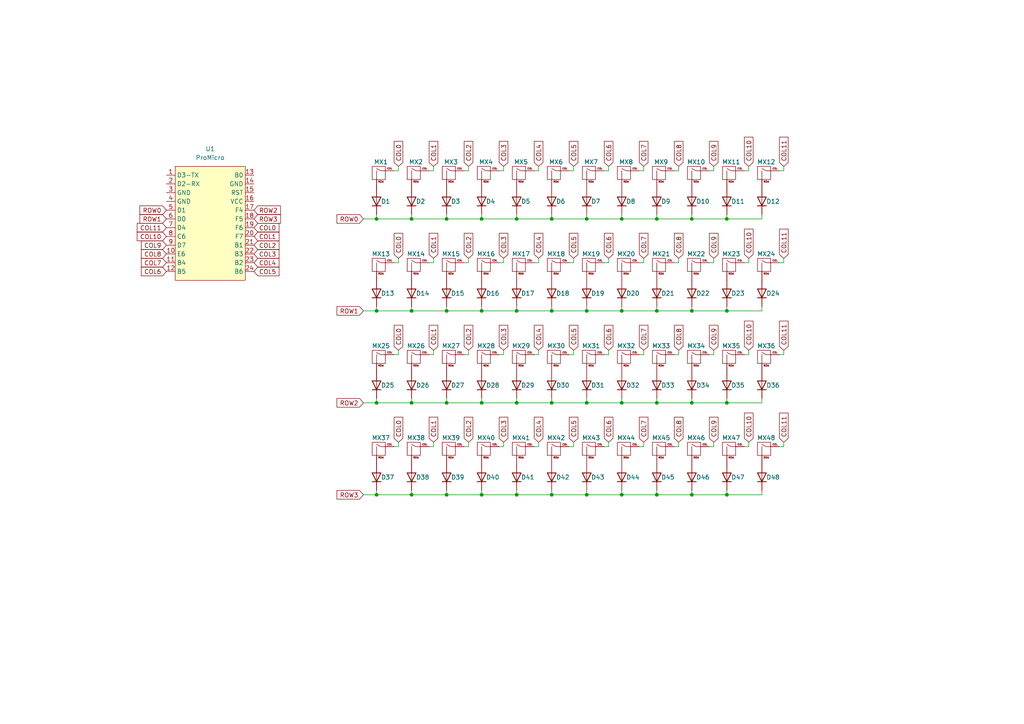
<source format=kicad_sch>
(kicad_sch (version 20230121) (generator eeschema)
  (paper "A4")
  (lib_symbols
    (symbol "Diode:1N4148" (pin_numbers hide) (pin_names hide)
      (property "Reference" "D" (at 0 2.54 0))
      (property "Value" "1N4148" (at 0 -2.54 0))
      (symbol "1N4148_0_1"
        (polyline (pts (xy -1.27 1.27) (xy -1.27 -1.27)) (stroke (width 0.254)))
        (polyline (pts (xy 1.27 0) (xy -1.27 0)))
        (polyline (pts (xy 1.27 1.27) (xy 1.27 -1.27) (xy -1.27 0) (xy 1.27 1.27)) (stroke (width 0.254)))
      )
      (symbol "1N4148_1_1"
        (pin passive line (at -3.81 0 0) (length 2.54) (name "K") (number "1"))
        (pin passive line (at 3.81 0 180) (length 2.54) (name "A") (number "2"))
      )
    )
    (symbol "PCM_0xcb:MX" (pin_names (offset 1.016))
      (property "Reference" "MX" (at -0.635 1.905 0))
      (property "Value" "MX" (at 0.635 0.635 0))
      (symbol "MX_1_0"
        (text "COL" (at 2.54 0.635 0) (effects (font (size 0.508 0.508))))
      )
      (symbol "MX_1_1"
        (polyline (pts (xy -1.27 -2.54) (xy -1.27 0)))
        (polyline (pts (xy 1.27 0) (xy 0 0) (xy -1.27 0.635)))
        (polyline (pts (xy -2.54 1.27) (xy 1.27 1.27) (xy 1.27 -2.54) (xy -2.54 -2.54) (xy -2.54 1.27)))
        (text "ROW" (at 0 -3.175 0) (effects (font (size 0.508 0.508))))
        (pin passive line (at 3.81 0 180) (length 2.54) (name "COL") (number "1"))
        (pin passive line (at -1.27 -5.08 90) (length 2.54) (name "ROW") (number "2"))
      )
    )
    (symbol "PCM_marbastlib-promicroish:Arduino_ProMicro" (in_bom no)
      (property "Reference" "U" (at 0 20.32 0))
      (property "Value" "ProMicro" (at 0 17.78 0))
      (symbol "Arduino_ProMicro_0_0"
        (pin bidirectional line (at -12.7 13.97 0) (length 2.54) (name "D3-TX") (number "1"))
        (pin bidirectional line (at -12.7 -8.89 0) (length 2.54) (name "E6") (number "10"))
        (pin bidirectional line (at -12.7 -11.43 0) (length 2.54) (name "B4") (number "11"))
        (pin bidirectional line (at -12.7 -13.97 0) (length 2.54) (name "B5") (number "12"))
        (pin power_out line (at 12.7 11.43 180) (length 2.54) (name "GND") (number "14"))
        (pin bidirectional line (at 12.7 8.89 180) (length 2.54) (name "RST") (number "15"))
        (pin bidirectional line (at 12.7 3.81 180) (length 2.54) (name "F4") (number "17"))
        (pin bidirectional line (at 12.7 1.27 180) (length 2.54) (name "F5") (number "18"))
        (pin bidirectional line (at 12.7 -1.27 180) (length 2.54) (name "F6") (number "19"))
        (pin bidirectional line (at -12.7 11.43 0) (length 2.54) (name "D2-RX") (number "2"))
        (pin bidirectional line (at 12.7 -3.81 180) (length 2.54) (name "F7") (number "20"))
        (pin bidirectional line (at 12.7 -6.35 180) (length 2.54) (name "B1") (number "21"))
        (pin bidirectional line (at 12.7 -8.89 180) (length 2.54) (name "B3") (number "22"))
        (pin bidirectional line (at 12.7 -11.43 180) (length 2.54) (name "B2") (number "23"))
        (pin bidirectional line (at 12.7 -13.97 180) (length 2.54) (name "B6") (number "24"))
        (pin power_out line (at -12.7 8.89 0) (length 2.54) (name "GND") (number "3"))
        (pin power_out line (at -12.7 6.35 0) (length 2.54) (name "GND") (number "4"))
        (pin bidirectional line (at -12.7 3.81 0) (length 2.54) (name "D1") (number "5"))
        (pin bidirectional line (at -12.7 1.27 0) (length 2.54) (name "D0") (number "6"))
        (pin bidirectional line (at -12.7 -1.27 0) (length 2.54) (name "D4") (number "7"))
        (pin bidirectional line (at -12.7 -3.81 0) (length 2.54) (name "C6") (number "8"))
        (pin bidirectional line (at -12.7 -6.35 0) (length 2.54) (name "D7") (number "9"))
      )
      (symbol "Arduino_ProMicro_1_0"
        (pin bidirectional line (at 12.7 13.97 180) (length 2.54) (name "B0") (number "13"))
        (pin power_out line (at 12.7 6.35 180) (length 2.54) (name "VCC") (number "16"))
      )
      (symbol "Arduino_ProMicro_1_1"
        (rectangle (start -10.16 16.51) (end 10.16 -16.51) (fill (type background)))
      )
    )
  )
  (junction (at 129.54 63.5))
  (junction (at 170.18 143.51))
  (junction (at 200.66 116.84))
  (junction (at 210.82 63.5))
  (junction (at 210.82 143.51))
  (junction (at 119.38 90.17))
  (junction (at 139.7 143.51))
  (junction (at 160.02 143.51))
  (junction (at 190.5 90.17))
  (junction (at 149.86 116.84))
  (junction (at 190.5 143.51))
  (junction (at 170.18 90.17))
  (junction (at 160.02 90.17))
  (junction (at 210.82 116.84))
  (junction (at 180.34 63.5))
  (junction (at 200.66 90.17))
  (junction (at 190.5 116.84))
  (junction (at 149.86 90.17))
  (junction (at 200.66 143.51))
  (junction (at 109.22 143.51))
  (junction (at 180.34 90.17))
  (junction (at 139.7 90.17))
  (junction (at 190.5 63.5))
  (junction (at 129.54 90.17))
  (junction (at 149.86 143.51))
  (junction (at 149.86 63.5))
  (junction (at 180.34 143.51))
  (junction (at 170.18 63.5))
  (junction (at 139.7 116.84))
  (junction (at 180.34 116.84))
  (junction (at 210.82 90.17))
  (junction (at 109.22 116.84))
  (junction (at 160.02 63.5))
  (junction (at 200.66 63.5))
  (junction (at 139.7 63.5))
  (junction (at 119.38 143.51))
  (junction (at 109.22 90.17))
  (junction (at 119.38 116.84))
  (junction (at 129.54 143.51))
  (junction (at 119.38 63.5))
  (junction (at 129.54 116.84))
  (junction (at 170.18 116.84))
  (junction (at 109.22 63.5))
  (junction (at 160.02 116.84))
  (wire (pts (xy 125.73 74.93) (xy 125.73 76.2)))
  (wire (pts (xy 200.66 143.51) (xy 200.66 142.24)))
  (wire (pts (xy 129.54 143.51) (xy 139.7 143.51)))
  (wire (pts (xy 200.66 63.5) (xy 200.66 62.23)))
  (wire (pts (xy 160.02 143.51) (xy 160.02 142.24)))
  (wire (pts (xy 119.38 143.51) (xy 129.54 143.51)))
  (wire (pts (xy 139.7 63.5) (xy 139.7 62.23)))
  (wire (pts (xy 195.58 102.87) (xy 196.85 102.87)))
  (wire (pts (xy 217.17 101.6) (xy 217.17 102.87)))
  (wire (pts (xy 180.34 63.5) (xy 190.5 63.5)))
  (wire (pts (xy 200.66 90.17) (xy 200.66 88.9)))
  (wire (pts (xy 166.37 74.93) (xy 166.37 76.2)))
  (wire (pts (xy 114.3 102.87) (xy 115.57 102.87)))
  (wire (pts (xy 109.22 63.5) (xy 109.22 62.23)))
  (wire (pts (xy 215.9 102.87) (xy 217.17 102.87)))
  (wire (pts (xy 190.5 143.51) (xy 200.66 143.51)))
  (wire (pts (xy 139.7 116.84) (xy 139.7 115.57)))
  (wire (pts (xy 210.82 90.17) (xy 220.98 90.17)))
  (wire (pts (xy 105.41 90.17) (xy 109.22 90.17)))
  (wire (pts (xy 149.86 90.17) (xy 160.02 90.17)))
  (wire (pts (xy 185.42 76.2) (xy 186.69 76.2)))
  (wire (pts (xy 139.7 90.17) (xy 149.86 90.17)))
  (wire (pts (xy 109.22 90.17) (xy 119.38 90.17)))
  (wire (pts (xy 196.85 74.93) (xy 196.85 76.2)))
  (wire (pts (xy 134.62 76.2) (xy 135.89 76.2)))
  (wire (pts (xy 195.58 76.2) (xy 196.85 76.2)))
  (wire (pts (xy 105.41 63.5) (xy 109.22 63.5)))
  (wire (pts (xy 139.7 143.51) (xy 149.86 143.51)))
  (wire (pts (xy 170.18 63.5) (xy 180.34 63.5)))
  (wire (pts (xy 170.18 90.17) (xy 180.34 90.17)))
  (wire (pts (xy 156.21 74.93) (xy 156.21 76.2)))
  (wire (pts (xy 134.62 102.87) (xy 135.89 102.87)))
  (wire (pts (xy 124.46 102.87) (xy 125.73 102.87)))
  (wire (pts (xy 149.86 143.51) (xy 149.86 142.24)))
  (wire (pts (xy 185.42 129.54) (xy 186.69 129.54)))
  (wire (pts (xy 129.54 63.5) (xy 139.7 63.5)))
  (wire (pts (xy 185.42 49.53) (xy 186.69 49.53)))
  (wire (pts (xy 210.82 116.84) (xy 210.82 115.57)))
  (wire (pts (xy 134.62 129.54) (xy 135.89 129.54)))
  (wire (pts (xy 180.34 143.51) (xy 190.5 143.51)))
  (wire (pts (xy 176.53 74.93) (xy 176.53 76.2)))
  (wire (pts (xy 165.1 49.53) (xy 166.37 49.53)))
  (wire (pts (xy 119.38 143.51) (xy 119.38 142.24)))
  (wire (pts (xy 190.5 116.84) (xy 200.66 116.84)))
  (wire (pts (xy 185.42 102.87) (xy 186.69 102.87)))
  (wire (pts (xy 119.38 63.5) (xy 129.54 63.5)))
  (wire (pts (xy 146.05 74.93) (xy 146.05 76.2)))
  (wire (pts (xy 149.86 143.51) (xy 160.02 143.51)))
  (wire (pts (xy 156.21 48.26) (xy 156.21 49.53)))
  (wire (pts (xy 170.18 116.84) (xy 180.34 116.84)))
  (wire (pts (xy 114.3 129.54) (xy 115.57 129.54)))
  (wire (pts (xy 149.86 63.5) (xy 149.86 62.23)))
  (wire (pts (xy 190.5 63.5) (xy 190.5 62.23)))
  (wire (pts (xy 160.02 63.5) (xy 170.18 63.5)))
  (wire (pts (xy 109.22 116.84) (xy 109.22 115.57)))
  (wire (pts (xy 207.01 128.27) (xy 207.01 129.54)))
  (wire (pts (xy 146.05 128.27) (xy 146.05 129.54)))
  (wire (pts (xy 144.78 49.53) (xy 146.05 49.53)))
  (wire (pts (xy 226.06 49.53) (xy 227.33 49.53)))
  (wire (pts (xy 139.7 90.17) (xy 139.7 88.9)))
  (wire (pts (xy 146.05 48.26) (xy 146.05 49.53)))
  (wire (pts (xy 129.54 116.84) (xy 129.54 115.57)))
  (wire (pts (xy 205.74 49.53) (xy 207.01 49.53)))
  (wire (pts (xy 135.89 128.27) (xy 135.89 129.54)))
  (wire (pts (xy 160.02 90.17) (xy 170.18 90.17)))
  (wire (pts (xy 200.66 116.84) (xy 200.66 115.57)))
  (wire (pts (xy 124.46 129.54) (xy 125.73 129.54)))
  (wire (pts (xy 160.02 116.84) (xy 170.18 116.84)))
  (wire (pts (xy 210.82 116.84) (xy 220.98 116.84)))
  (wire (pts (xy 175.26 129.54) (xy 176.53 129.54)))
  (wire (pts (xy 227.33 101.6) (xy 227.33 102.87)))
  (wire (pts (xy 144.78 76.2) (xy 146.05 76.2)))
  (wire (pts (xy 180.34 90.17) (xy 190.5 90.17)))
  (wire (pts (xy 200.66 116.84) (xy 210.82 116.84)))
  (wire (pts (xy 144.78 102.87) (xy 146.05 102.87)))
  (wire (pts (xy 220.98 90.17) (xy 220.98 88.9)))
  (wire (pts (xy 124.46 49.53) (xy 125.73 49.53)))
  (wire (pts (xy 119.38 63.5) (xy 119.38 62.23)))
  (wire (pts (xy 186.69 48.26) (xy 186.69 49.53)))
  (wire (pts (xy 149.86 116.84) (xy 160.02 116.84)))
  (wire (pts (xy 109.22 143.51) (xy 109.22 142.24)))
  (wire (pts (xy 124.46 76.2) (xy 125.73 76.2)))
  (wire (pts (xy 190.5 90.17) (xy 200.66 90.17)))
  (wire (pts (xy 226.06 76.2) (xy 227.33 76.2)))
  (wire (pts (xy 176.53 101.6) (xy 176.53 102.87)))
  (wire (pts (xy 109.22 116.84) (xy 119.38 116.84)))
  (wire (pts (xy 195.58 129.54) (xy 196.85 129.54)))
  (wire (pts (xy 165.1 129.54) (xy 166.37 129.54)))
  (wire (pts (xy 217.17 128.27) (xy 217.17 129.54)))
  (wire (pts (xy 180.34 116.84) (xy 190.5 116.84)))
  (wire (pts (xy 190.5 90.17) (xy 190.5 88.9)))
  (wire (pts (xy 175.26 49.53) (xy 176.53 49.53)))
  (wire (pts (xy 176.53 48.26) (xy 176.53 49.53)))
  (wire (pts (xy 207.01 101.6) (xy 207.01 102.87)))
  (wire (pts (xy 217.17 74.93) (xy 217.17 76.2)))
  (wire (pts (xy 149.86 116.84) (xy 149.86 115.57)))
  (wire (pts (xy 139.7 143.51) (xy 139.7 142.24)))
  (wire (pts (xy 196.85 101.6) (xy 196.85 102.87)))
  (wire (pts (xy 180.34 143.51) (xy 180.34 142.24)))
  (wire (pts (xy 180.34 63.5) (xy 180.34 62.23)))
  (wire (pts (xy 149.86 63.5) (xy 160.02 63.5)))
  (wire (pts (xy 129.54 116.84) (xy 139.7 116.84)))
  (wire (pts (xy 115.57 48.26) (xy 115.57 49.53)))
  (wire (pts (xy 160.02 143.51) (xy 170.18 143.51)))
  (wire (pts (xy 160.02 116.84) (xy 160.02 115.57)))
  (wire (pts (xy 115.57 74.93) (xy 115.57 76.2)))
  (wire (pts (xy 119.38 90.17) (xy 129.54 90.17)))
  (wire (pts (xy 170.18 143.51) (xy 170.18 142.24)))
  (wire (pts (xy 207.01 48.26) (xy 207.01 49.53)))
  (wire (pts (xy 156.21 128.27) (xy 156.21 129.54)))
  (wire (pts (xy 200.66 63.5) (xy 210.82 63.5)))
  (wire (pts (xy 210.82 63.5) (xy 210.82 62.23)))
  (wire (pts (xy 227.33 74.93) (xy 227.33 76.2)))
  (wire (pts (xy 115.57 128.27) (xy 115.57 129.54)))
  (wire (pts (xy 135.89 101.6) (xy 135.89 102.87)))
  (wire (pts (xy 205.74 129.54) (xy 207.01 129.54)))
  (wire (pts (xy 205.74 76.2) (xy 207.01 76.2)))
  (wire (pts (xy 129.54 90.17) (xy 139.7 90.17)))
  (wire (pts (xy 165.1 102.87) (xy 166.37 102.87)))
  (wire (pts (xy 176.53 128.27) (xy 176.53 129.54)))
  (wire (pts (xy 154.94 102.87) (xy 156.21 102.87)))
  (wire (pts (xy 190.5 143.51) (xy 190.5 142.24)))
  (wire (pts (xy 135.89 48.26) (xy 135.89 49.53)))
  (wire (pts (xy 210.82 143.51) (xy 210.82 142.24)))
  (wire (pts (xy 186.69 128.27) (xy 186.69 129.54)))
  (wire (pts (xy 160.02 63.5) (xy 160.02 62.23)))
  (wire (pts (xy 200.66 90.17) (xy 210.82 90.17)))
  (wire (pts (xy 105.41 143.51) (xy 109.22 143.51)))
  (wire (pts (xy 175.26 76.2) (xy 176.53 76.2)))
  (wire (pts (xy 154.94 129.54) (xy 156.21 129.54)))
  (wire (pts (xy 186.69 74.93) (xy 186.69 76.2)))
  (wire (pts (xy 144.78 129.54) (xy 146.05 129.54)))
  (wire (pts (xy 220.98 143.51) (xy 220.98 142.24)))
  (wire (pts (xy 207.01 74.93) (xy 207.01 76.2)))
  (wire (pts (xy 109.22 90.17) (xy 109.22 88.9)))
  (wire (pts (xy 114.3 49.53) (xy 115.57 49.53)))
  (wire (pts (xy 166.37 128.27) (xy 166.37 129.54)))
  (wire (pts (xy 149.86 90.17) (xy 149.86 88.9)))
  (wire (pts (xy 166.37 101.6) (xy 166.37 102.87)))
  (wire (pts (xy 119.38 116.84) (xy 129.54 116.84)))
  (wire (pts (xy 195.58 49.53) (xy 196.85 49.53)))
  (wire (pts (xy 170.18 63.5) (xy 170.18 62.23)))
  (wire (pts (xy 146.05 101.6) (xy 146.05 102.87)))
  (wire (pts (xy 200.66 143.51) (xy 210.82 143.51)))
  (wire (pts (xy 109.22 143.51) (xy 119.38 143.51)))
  (wire (pts (xy 154.94 76.2) (xy 156.21 76.2)))
  (wire (pts (xy 196.85 48.26) (xy 196.85 49.53)))
  (wire (pts (xy 210.82 63.5) (xy 220.98 63.5)))
  (wire (pts (xy 180.34 90.17) (xy 180.34 88.9)))
  (wire (pts (xy 196.85 128.27) (xy 196.85 129.54)))
  (wire (pts (xy 175.26 102.87) (xy 176.53 102.87)))
  (wire (pts (xy 129.54 143.51) (xy 129.54 142.24)))
  (wire (pts (xy 114.3 76.2) (xy 115.57 76.2)))
  (wire (pts (xy 115.57 101.6) (xy 115.57 102.87)))
  (wire (pts (xy 129.54 63.5) (xy 129.54 62.23)))
  (wire (pts (xy 210.82 90.17) (xy 210.82 88.9)))
  (wire (pts (xy 215.9 49.53) (xy 217.17 49.53)))
  (wire (pts (xy 217.17 48.26) (xy 217.17 49.53)))
  (wire (pts (xy 205.74 102.87) (xy 207.01 102.87)))
  (wire (pts (xy 215.9 129.54) (xy 217.17 129.54)))
  (wire (pts (xy 226.06 129.54) (xy 227.33 129.54)))
  (wire (pts (xy 139.7 63.5) (xy 149.86 63.5)))
  (wire (pts (xy 170.18 90.17) (xy 170.18 88.9)))
  (wire (pts (xy 125.73 48.26) (xy 125.73 49.53)))
  (wire (pts (xy 215.9 76.2) (xy 217.17 76.2)))
  (wire (pts (xy 227.33 48.26) (xy 227.33 49.53)))
  (wire (pts (xy 166.37 48.26) (xy 166.37 49.53)))
  (wire (pts (xy 190.5 63.5) (xy 200.66 63.5)))
  (wire (pts (xy 190.5 116.84) (xy 190.5 115.57)))
  (wire (pts (xy 165.1 76.2) (xy 166.37 76.2)))
  (wire (pts (xy 105.41 116.84) (xy 109.22 116.84)))
  (wire (pts (xy 125.73 128.27) (xy 125.73 129.54)))
  (wire (pts (xy 220.98 63.5) (xy 220.98 62.23)))
  (wire (pts (xy 119.38 116.84) (xy 119.38 115.57)))
  (wire (pts (xy 125.73 101.6) (xy 125.73 102.87)))
  (wire (pts (xy 227.33 128.27) (xy 227.33 129.54)))
  (wire (pts (xy 160.02 90.17) (xy 160.02 88.9)))
  (wire (pts (xy 220.98 116.84) (xy 220.98 115.57)))
  (wire (pts (xy 210.82 143.51) (xy 220.98 143.51)))
  (wire (pts (xy 139.7 116.84) (xy 149.86 116.84)))
  (wire (pts (xy 186.69 101.6) (xy 186.69 102.87)))
  (wire (pts (xy 135.89 74.93) (xy 135.89 76.2)))
  (wire (pts (xy 180.34 116.84) (xy 180.34 115.57)))
  (wire (pts (xy 109.22 63.5) (xy 119.38 63.5)))
  (wire (pts (xy 170.18 143.51) (xy 180.34 143.51)))
  (wire (pts (xy 129.54 90.17) (xy 129.54 88.9)))
  (wire (pts (xy 154.94 49.53) (xy 156.21 49.53)))
  (wire (pts (xy 156.21 101.6) (xy 156.21 102.87)))
  (wire (pts (xy 226.06 102.87) (xy 227.33 102.87)))
  (wire (pts (xy 119.38 90.17) (xy 119.38 88.9)))
  (wire (pts (xy 170.18 116.84) (xy 170.18 115.57)))
  (wire (pts (xy 134.62 49.53) (xy 135.89 49.53)))
  (global_label "COL8" (shape input) (at 48.26 73.66 180) (property "Intersheetrefs" "${INTERSHEET_REFS}" (effects hide)))
  (global_label "COL9" (shape input) (at 207.01 101.6 90) (property "Intersheetrefs" "${INTERSHEET_REFS}" (effects hide)))
  (global_label "COL10" (shape input) (at 217.17 101.6 90) (property "Intersheetrefs" "${INTERSHEET_REFS}" (effects hide)))
  (global_label "COL2" (shape input) (at 135.89 128.27 90) (property "Intersheetrefs" "${INTERSHEET_REFS}" (effects hide)))
  (global_label "COL8" (shape input) (at 196.85 48.26 90) (property "Intersheetrefs" "${INTERSHEET_REFS}" (effects hide)))
  (global_label "ROW2" (shape input) (at 73.66 60.96 0) (property "Intersheetrefs" "${INTERSHEET_REFS}" (effects hide)))
  (global_label "COL5" (shape input) (at 166.37 48.26 90) (property "Intersheetrefs" "${INTERSHEET_REFS}" (effects hide)))
  (global_label "COL1" (shape input) (at 125.73 48.26 90) (property "Intersheetrefs" "${INTERSHEET_REFS}" (effects hide)))
  (global_label "COL10" (shape input) (at 48.26 68.58 180) (property "Intersheetrefs" "${INTERSHEET_REFS}" (effects hide)))
  (global_label "COL10" (shape input) (at 217.17 48.26 90) (property "Intersheetrefs" "${INTERSHEET_REFS}" (effects hide)))
  (global_label "COL5" (shape input) (at 73.66 78.74 0) (property "Intersheetrefs" "${INTERSHEET_REFS}" (effects hide)))
  (global_label "ROW3" (shape input) (at 73.66 63.5 0) (property "Intersheetrefs" "${INTERSHEET_REFS}" (effects hide)))
  (global_label "ROW0" (shape input) (at 105.41 63.5 180) (property "Intersheetrefs" "${INTERSHEET_REFS}" (effects hide)))
  (global_label "COL11" (shape input) (at 227.33 48.26 90) (property "Intersheetrefs" "${INTERSHEET_REFS}" (effects hide)))
  (global_label "COL10" (shape input) (at 217.17 74.93 90) (property "Intersheetrefs" "${INTERSHEET_REFS}" (effects hide)))
  (global_label "COL11" (shape input) (at 227.33 101.6 90) (property "Intersheetrefs" "${INTERSHEET_REFS}" (effects hide)))
  (global_label "COL4" (shape input) (at 156.21 48.26 90) (property "Intersheetrefs" "${INTERSHEET_REFS}" (effects hide)))
  (global_label "COL6" (shape input) (at 176.53 74.93 90) (property "Intersheetrefs" "${INTERSHEET_REFS}" (effects hide)))
  (global_label "COL1" (shape input) (at 73.66 68.58 0) (property "Intersheetrefs" "${INTERSHEET_REFS}" (effects hide)))
  (global_label "COL10" (shape input) (at 217.17 128.27 90) (property "Intersheetrefs" "${INTERSHEET_REFS}" (effects hide)))
  (global_label "COL5" (shape input) (at 166.37 128.27 90) (property "Intersheetrefs" "${INTERSHEET_REFS}" (effects hide)))
  (global_label "COL6" (shape input) (at 176.53 101.6 90) (property "Intersheetrefs" "${INTERSHEET_REFS}" (effects hide)))
  (global_label "COL11" (shape input) (at 48.26 66.04 180) (property "Intersheetrefs" "${INTERSHEET_REFS}" (effects hide)))
  (global_label "COL6" (shape input) (at 176.53 128.27 90) (property "Intersheetrefs" "${INTERSHEET_REFS}" (effects hide)))
  (global_label "COL3" (shape input) (at 73.66 73.66 0) (property "Intersheetrefs" "${INTERSHEET_REFS}" (effects hide)))
  (global_label "COL6" (shape input) (at 48.26 78.74 180) (property "Intersheetrefs" "${INTERSHEET_REFS}" (effects hide)))
  (global_label "COL5" (shape input) (at 166.37 101.6 90) (property "Intersheetrefs" "${INTERSHEET_REFS}" (effects hide)))
  (global_label "COL2" (shape input) (at 135.89 74.93 90) (property "Intersheetrefs" "${INTERSHEET_REFS}" (effects hide)))
  (global_label "COL2" (shape input) (at 135.89 101.6 90) (property "Intersheetrefs" "${INTERSHEET_REFS}" (effects hide)))
  (global_label "COL7" (shape input) (at 186.69 128.27 90) (property "Intersheetrefs" "${INTERSHEET_REFS}" (effects hide)))
  (global_label "COL9" (shape input) (at 207.01 48.26 90) (property "Intersheetrefs" "${INTERSHEET_REFS}" (effects hide)))
  (global_label "COL9" (shape input) (at 48.26 71.12 180) (property "Intersheetrefs" "${INTERSHEET_REFS}" (effects hide)))
  (global_label "COL3" (shape input) (at 146.05 48.26 90) (property "Intersheetrefs" "${INTERSHEET_REFS}" (effects hide)))
  (global_label "ROW2" (shape input) (at 105.41 116.84 180) (property "Intersheetrefs" "${INTERSHEET_REFS}" (effects hide)))
  (global_label "COL5" (shape input) (at 166.37 74.93 90) (property "Intersheetrefs" "${INTERSHEET_REFS}" (effects hide)))
  (global_label "COL1" (shape input) (at 125.73 128.27 90) (property "Intersheetrefs" "${INTERSHEET_REFS}" (effects hide)))
  (global_label "COL11" (shape input) (at 227.33 74.93 90) (property "Intersheetrefs" "${INTERSHEET_REFS}" (effects hide)))
  (global_label "COL3" (shape input) (at 146.05 128.27 90) (property "Intersheetrefs" "${INTERSHEET_REFS}" (effects hide)))
  (global_label "COL7" (shape input) (at 186.69 101.6 90) (property "Intersheetrefs" "${INTERSHEET_REFS}" (effects hide)))
  (global_label "ROW1" (shape input) (at 105.41 90.17 180) (property "Intersheetrefs" "${INTERSHEET_REFS}" (effects hide)))
  (global_label "COL4" (shape input) (at 156.21 101.6 90) (property "Intersheetrefs" "${INTERSHEET_REFS}" (effects hide)))
  (global_label "COL8" (shape input) (at 196.85 74.93 90) (property "Intersheetrefs" "${INTERSHEET_REFS}" (effects hide)))
  (global_label "COL7" (shape input) (at 186.69 74.93 90) (property "Intersheetrefs" "${INTERSHEET_REFS}" (effects hide)))
  (global_label "COL0" (shape input) (at 115.57 128.27 90) (property "Intersheetrefs" "${INTERSHEET_REFS}" (effects hide)))
  (global_label "COL1" (shape input) (at 125.73 74.93 90) (property "Intersheetrefs" "${INTERSHEET_REFS}" (effects hide)))
  (global_label "COL8" (shape input) (at 196.85 128.27 90) (property "Intersheetrefs" "${INTERSHEET_REFS}" (effects hide)))
  (global_label "COL1" (shape input) (at 125.73 101.6 90) (property "Intersheetrefs" "${INTERSHEET_REFS}" (effects hide)))
  (global_label "COL6" (shape input) (at 176.53 48.26 90) (property "Intersheetrefs" "${INTERSHEET_REFS}" (effects hide)))
  (global_label "COL2" (shape input) (at 73.66 71.12 0) (property "Intersheetrefs" "${INTERSHEET_REFS}" (effects hide)))
  (global_label "COL4" (shape input) (at 73.66 76.2 0) (property "Intersheetrefs" "${INTERSHEET_REFS}" (effects hide)))
  (global_label "COL2" (shape input) (at 135.89 48.26 90) (property "Intersheetrefs" "${INTERSHEET_REFS}" (effects hide)))
  (global_label "COL0" (shape input) (at 115.57 48.26 90) (property "Intersheetrefs" "${INTERSHEET_REFS}" (effects hide)))
  (global_label "COL9" (shape input) (at 207.01 128.27 90) (property "Intersheetrefs" "${INTERSHEET_REFS}" (effects hide)))
  (global_label "ROW3" (shape input) (at 105.41 143.51 180) (property "Intersheetrefs" "${INTERSHEET_REFS}" (effects hide)))
  (global_label "COL3" (shape input) (at 146.05 74.93 90) (property "Intersheetrefs" "${INTERSHEET_REFS}" (effects hide)))
  (global_label "COL7" (shape input) (at 48.26 76.2 180) (property "Intersheetrefs" "${INTERSHEET_REFS}" (effects hide)))
  (global_label "COL4" (shape input) (at 156.21 128.27 90) (property "Intersheetrefs" "${INTERSHEET_REFS}" (effects hide)))
  (global_label "COL0" (shape input) (at 115.57 74.93 90) (property "Intersheetrefs" "${INTERSHEET_REFS}" (effects hide)))
  (global_label "COL0" (shape input) (at 73.66 66.04 0) (property "Intersheetrefs" "${INTERSHEET_REFS}" (effects hide)))
  (global_label "ROW1" (shape input) (at 48.26 63.5 180) (property "Intersheetrefs" "${INTERSHEET_REFS}" (effects hide)))
  (global_label "COL11" (shape input) (at 227.33 128.27 90) (property "Intersheetrefs" "${INTERSHEET_REFS}" (effects hide)))
  (global_label "COL9" (shape input) (at 207.01 74.93 90) (property "Intersheetrefs" "${INTERSHEET_REFS}" (effects hide)))
  (global_label "COL4" (shape input) (at 156.21 74.93 90) (property "Intersheetrefs" "${INTERSHEET_REFS}" (effects hide)))
  (global_label "COL3" (shape input) (at 146.05 101.6 90) (property "Intersheetrefs" "${INTERSHEET_REFS}" (effects hide)))
  (global_label "COL8" (shape input) (at 196.85 101.6 90) (property "Intersheetrefs" "${INTERSHEET_REFS}" (effects hide)))
  (global_label "COL7" (shape input) (at 186.69 48.26 90) (property "Intersheetrefs" "${INTERSHEET_REFS}" (effects hide)))
  (global_label "COL0" (shape input) (at 115.57 101.6 90) (property "Intersheetrefs" "${INTERSHEET_REFS}" (effects hide)))
  (global_label "ROW0" (shape input) (at 48.26 60.96 180) (property "Intersheetrefs" "${INTERSHEET_REFS}" (effects hide)))
  (symbol (lib_id "PCM_0xcb:MX") (at 161.29 102.87 0) (unit 1)
    (property "Reference" "MX30" (at 161.29 100.33 0))
    (property "Value" "MX" (effects hide))
    (property "Footprint" "mx:MX-Alps-Hybrid-1U" (effects hide))
  )
  (symbol (lib_id "Diode:1N4148") (at 180.34 138.43 90) (unit 1)
    (property "Reference" "D44" (at 181.61 138.43 90) (effects (justify right)))
    (property "Value" "1N4148" (effects hide))
    (property "Footprint" "Diode_THT:D_DO-35_SOD27_P7.62mm_Horizontal" (effects hide))
    (property "Datasheet" "https://assets.nexperia.com/documents/data-sheet/1N4148_1N4448.pdf" (effects hide))
    (property "Sim.Device" "D" (effects hide))
    (property "Sim.Pins" "1=K 2=A" (effects hide))
  )
  (symbol (lib_id "PCM_0xcb:MX") (at 222.25 49.53 0) (unit 1)
    (property "Reference" "MX12" (at 222.25 46.99 0))
    (property "Value" "MX" (effects hide))
    (property "Footprint" "mx:MX-Alps-Hybrid-1U" (effects hide))
  )
  (symbol (lib_id "PCM_0xcb:MX") (at 171.45 49.53 0) (unit 1)
    (property "Reference" "MX7" (at 171.45 46.99 0))
    (property "Value" "MX" (effects hide))
    (property "Footprint" "mx:MX-Alps-Hybrid-1U" (effects hide))
  )
  (symbol (lib_id "PCM_0xcb:MX") (at 110.49 102.87 0) (unit 1)
    (property "Reference" "MX25" (at 110.49 100.33 0))
    (property "Value" "MX" (effects hide))
    (property "Footprint" "mx:MX-Alps-Hybrid-1U" (effects hide))
  )
  (symbol (lib_id "Diode:1N4148") (at 180.34 85.09 90) (unit 1)
    (property "Reference" "D20" (at 181.61 85.09 90) (effects (justify right)))
    (property "Value" "1N4148" (effects hide))
    (property "Footprint" "Diode_THT:D_DO-35_SOD27_P7.62mm_Horizontal" (effects hide))
    (property "Datasheet" "https://assets.nexperia.com/documents/data-sheet/1N4148_1N4448.pdf" (effects hide))
    (property "Sim.Device" "D" (effects hide))
    (property "Sim.Pins" "1=K 2=A" (effects hide))
  )
  (symbol (lib_id "Diode:1N4148") (at 109.22 111.76 90) (unit 1)
    (property "Reference" "D25" (at 110.49 111.76 90) (effects (justify right)))
    (property "Value" "1N4148" (effects hide))
    (property "Footprint" "Diode_THT:D_DO-35_SOD27_P7.62mm_Horizontal" (effects hide))
    (property "Datasheet" "https://assets.nexperia.com/documents/data-sheet/1N4148_1N4448.pdf" (effects hide))
    (property "Sim.Device" "D" (effects hide))
    (property "Sim.Pins" "1=K 2=A" (effects hide))
  )
  (symbol (lib_id "PCM_marbastlib-promicroish:Arduino_ProMicro") (at 60.96 64.77 0) (unit 1) (in_bom no)
    (property "Reference" "U1" (at 60.96 43.18 0))
    (property "Value" "ProMicro" (at 60.96 45.72 0))
    (property "Footprint" "PCM_marbastlib-xp-promicroish:ProMicro_USBdn" (effects hide))
  )
  (symbol (lib_id "PCM_0xcb:MX") (at 120.65 129.54 0) (unit 1)
    (property "Reference" "MX38" (at 120.65 127 0))
    (property "Value" "MX" (effects hide))
    (property "Footprint" "mx:MX-Alps-Hybrid-1U" (effects hide))
  )
  (symbol (lib_id "Diode:1N4148") (at 139.7 58.42 90) (unit 1)
    (property "Reference" "D4" (at 140.97 58.42 90) (effects (justify right)))
    (property "Value" "1N4148" (effects hide))
    (property "Footprint" "Diode_THT:D_DO-35_SOD27_P7.62mm_Horizontal" (effects hide))
    (property "Datasheet" "https://assets.nexperia.com/documents/data-sheet/1N4148_1N4448.pdf" (effects hide))
    (property "Sim.Device" "D" (effects hide))
    (property "Sim.Pins" "1=K 2=A" (effects hide))
  )
  (symbol (lib_id "Diode:1N4148") (at 160.02 85.09 90) (unit 1)
    (property "Reference" "D18" (at 161.29 85.09 90) (effects (justify right)))
    (property "Value" "1N4148" (effects hide))
    (property "Footprint" "Diode_THT:D_DO-35_SOD27_P7.62mm_Horizontal" (effects hide))
    (property "Datasheet" "https://assets.nexperia.com/documents/data-sheet/1N4148_1N4448.pdf" (effects hide))
    (property "Sim.Device" "D" (effects hide))
    (property "Sim.Pins" "1=K 2=A" (effects hide))
  )
  (symbol (lib_id "Diode:1N4148") (at 160.02 111.76 90) (unit 1)
    (property "Reference" "D30" (at 161.29 111.76 90) (effects (justify right)))
    (property "Value" "1N4148" (effects hide))
    (property "Footprint" "Diode_THT:D_DO-35_SOD27_P7.62mm_Horizontal" (effects hide))
    (property "Datasheet" "https://assets.nexperia.com/documents/data-sheet/1N4148_1N4448.pdf" (effects hide))
    (property "Sim.Device" "D" (effects hide))
    (property "Sim.Pins" "1=K 2=A" (effects hide))
  )
  (symbol (lib_id "PCM_0xcb:MX") (at 120.65 102.87 0) (unit 1)
    (property "Reference" "MX26" (at 120.65 100.33 0))
    (property "Value" "MX" (effects hide))
    (property "Footprint" "mx:MX-Alps-Hybrid-1U" (effects hide))
  )
  (symbol (lib_id "PCM_0xcb:MX") (at 151.13 102.87 0) (unit 1)
    (property "Reference" "MX29" (at 151.13 100.33 0))
    (property "Value" "MX" (effects hide))
    (property "Footprint" "mx:MX-Alps-Hybrid-1U" (effects hide))
  )
  (symbol (lib_id "PCM_0xcb:MX") (at 171.45 76.2 0) (unit 1)
    (property "Reference" "MX19" (at 171.45 73.66 0))
    (property "Value" "MX" (effects hide))
    (property "Footprint" "mx:MX-Alps-Hybrid-1U" (effects hide))
  )
  (symbol (lib_id "Diode:1N4148") (at 149.86 138.43 90) (unit 1)
    (property "Reference" "D41" (at 151.13 138.43 90) (effects (justify right)))
    (property "Value" "1N4148" (effects hide))
    (property "Footprint" "Diode_THT:D_DO-35_SOD27_P7.62mm_Horizontal" (effects hide))
    (property "Datasheet" "https://assets.nexperia.com/documents/data-sheet/1N4148_1N4448.pdf" (effects hide))
    (property "Sim.Device" "D" (effects hide))
    (property "Sim.Pins" "1=K 2=A" (effects hide))
  )
  (symbol (lib_id "PCM_0xcb:MX") (at 212.09 102.87 0) (unit 1)
    (property "Reference" "MX35" (at 212.09 100.33 0))
    (property "Value" "MX" (effects hide))
    (property "Footprint" "mx:MX-Alps-Hybrid-1U" (effects hide))
  )
  (symbol (lib_id "Diode:1N4148") (at 119.38 58.42 90) (unit 1)
    (property "Reference" "D2" (at 120.65 58.42 90) (effects (justify right)))
    (property "Value" "1N4148" (effects hide))
    (property "Footprint" "Diode_THT:D_DO-35_SOD27_P7.62mm_Horizontal" (effects hide))
    (property "Datasheet" "https://assets.nexperia.com/documents/data-sheet/1N4148_1N4448.pdf" (effects hide))
    (property "Sim.Device" "D" (effects hide))
    (property "Sim.Pins" "1=K 2=A" (effects hide))
  )
  (symbol (lib_id "Diode:1N4148") (at 210.82 111.76 90) (unit 1)
    (property "Reference" "D35" (at 212.09 111.76 90) (effects (justify right)))
    (property "Value" "1N4148" (effects hide))
    (property "Footprint" "Diode_THT:D_DO-35_SOD27_P7.62mm_Horizontal" (effects hide))
    (property "Datasheet" "https://assets.nexperia.com/documents/data-sheet/1N4148_1N4448.pdf" (effects hide))
    (property "Sim.Device" "D" (effects hide))
    (property "Sim.Pins" "1=K 2=A" (effects hide))
  )
  (symbol (lib_id "PCM_0xcb:MX") (at 151.13 129.54 0) (unit 1)
    (property "Reference" "MX41" (at 151.13 127 0))
    (property "Value" "MX" (effects hide))
    (property "Footprint" "mx:MX-Alps-Hybrid-1U" (effects hide))
  )
  (symbol (lib_id "Diode:1N4148") (at 210.82 58.42 90) (unit 1)
    (property "Reference" "D11" (at 212.09 58.42 90) (effects (justify right)))
    (property "Value" "1N4148" (effects hide))
    (property "Footprint" "Diode_THT:D_DO-35_SOD27_P7.62mm_Horizontal" (effects hide))
    (property "Datasheet" "https://assets.nexperia.com/documents/data-sheet/1N4148_1N4448.pdf" (effects hide))
    (property "Sim.Device" "D" (effects hide))
    (property "Sim.Pins" "1=K 2=A" (effects hide))
  )
  (symbol (lib_id "Diode:1N4148") (at 210.82 138.43 90) (unit 1)
    (property "Reference" "D47" (at 212.09 138.43 90) (effects (justify right)))
    (property "Value" "1N4148" (effects hide))
    (property "Footprint" "Diode_THT:D_DO-35_SOD27_P7.62mm_Horizontal" (effects hide))
    (property "Datasheet" "https://assets.nexperia.com/documents/data-sheet/1N4148_1N4448.pdf" (effects hide))
    (property "Sim.Device" "D" (effects hide))
    (property "Sim.Pins" "1=K 2=A" (effects hide))
  )
  (symbol (lib_id "Diode:1N4148") (at 190.5 111.76 90) (unit 1)
    (property "Reference" "D33" (at 191.77 111.76 90) (effects (justify right)))
    (property "Value" "1N4148" (effects hide))
    (property "Footprint" "Diode_THT:D_DO-35_SOD27_P7.62mm_Horizontal" (effects hide))
    (property "Datasheet" "https://assets.nexperia.com/documents/data-sheet/1N4148_1N4448.pdf" (effects hide))
    (property "Sim.Device" "D" (effects hide))
    (property "Sim.Pins" "1=K 2=A" (effects hide))
  )
  (symbol (lib_id "Diode:1N4148") (at 180.34 58.42 90) (unit 1)
    (property "Reference" "D8" (at 181.61 58.42 90) (effects (justify right)))
    (property "Value" "1N4148" (effects hide))
    (property "Footprint" "Diode_THT:D_DO-35_SOD27_P7.62mm_Horizontal" (effects hide))
    (property "Datasheet" "https://assets.nexperia.com/documents/data-sheet/1N4148_1N4448.pdf" (effects hide))
    (property "Sim.Device" "D" (effects hide))
    (property "Sim.Pins" "1=K 2=A" (effects hide))
  )
  (symbol (lib_id "PCM_0xcb:MX") (at 151.13 76.2 0) (unit 1)
    (property "Reference" "MX17" (at 151.13 73.66 0))
    (property "Value" "MX" (effects hide))
    (property "Footprint" "mx:MX-Alps-Hybrid-1U" (effects hide))
  )
  (symbol (lib_id "Diode:1N4148") (at 109.22 138.43 90) (unit 1)
    (property "Reference" "D37" (at 110.49 138.43 90) (effects (justify right)))
    (property "Value" "1N4148" (effects hide))
    (property "Footprint" "Diode_THT:D_DO-35_SOD27_P7.62mm_Horizontal" (effects hide))
    (property "Datasheet" "https://assets.nexperia.com/documents/data-sheet/1N4148_1N4448.pdf" (effects hide))
    (property "Sim.Device" "D" (effects hide))
    (property "Sim.Pins" "1=K 2=A" (effects hide))
  )
  (symbol (lib_id "PCM_0xcb:MX") (at 201.93 102.87 0) (unit 1)
    (property "Reference" "MX34" (at 201.93 100.33 0))
    (property "Value" "MX" (effects hide))
    (property "Footprint" "mx:MX-Alps-Hybrid-1U" (effects hide))
  )
  (symbol (lib_id "Diode:1N4148") (at 200.66 111.76 90) (unit 1)
    (property "Reference" "D34" (at 201.93 111.76 90) (effects (justify right)))
    (property "Value" "1N4148" (effects hide))
    (property "Footprint" "Diode_THT:D_DO-35_SOD27_P7.62mm_Horizontal" (effects hide))
    (property "Datasheet" "https://assets.nexperia.com/documents/data-sheet/1N4148_1N4448.pdf" (effects hide))
    (property "Sim.Device" "D" (effects hide))
    (property "Sim.Pins" "1=K 2=A" (effects hide))
  )
  (symbol (lib_id "PCM_0xcb:MX") (at 140.97 49.53 0) (unit 1)
    (property "Reference" "MX4" (at 140.97 46.99 0))
    (property "Value" "MX" (effects hide))
    (property "Footprint" "mx:MX-Alps-Hybrid-1U" (effects hide))
  )
  (symbol (lib_id "PCM_0xcb:MX") (at 222.25 102.87 0) (unit 1)
    (property "Reference" "MX36" (at 222.25 100.33 0))
    (property "Value" "MX" (effects hide))
    (property "Footprint" "mx:MX-Alps-Hybrid-1U" (effects hide))
  )
  (symbol (lib_id "Diode:1N4148") (at 129.54 85.09 90) (unit 1)
    (property "Reference" "D15" (at 130.81 85.09 90) (effects (justify right)))
    (property "Value" "1N4148" (effects hide))
    (property "Footprint" "Diode_THT:D_DO-35_SOD27_P7.62mm_Horizontal" (effects hide))
    (property "Datasheet" "https://assets.nexperia.com/documents/data-sheet/1N4148_1N4448.pdf" (effects hide))
    (property "Sim.Device" "D" (effects hide))
    (property "Sim.Pins" "1=K 2=A" (effects hide))
  )
  (symbol (lib_id "Diode:1N4148") (at 190.5 85.09 90) (unit 1)
    (property "Reference" "D21" (at 191.77 85.09 90) (effects (justify right)))
    (property "Value" "1N4148" (effects hide))
    (property "Footprint" "Diode_THT:D_DO-35_SOD27_P7.62mm_Horizontal" (effects hide))
    (property "Datasheet" "https://assets.nexperia.com/documents/data-sheet/1N4148_1N4448.pdf" (effects hide))
    (property "Sim.Device" "D" (effects hide))
    (property "Sim.Pins" "1=K 2=A" (effects hide))
  )
  (symbol (lib_id "PCM_0xcb:MX") (at 130.81 129.54 0) (unit 1)
    (property "Reference" "MX39" (at 130.81 127 0))
    (property "Value" "MX" (effects hide))
    (property "Footprint" "mx:MX-Alps-Hybrid-1U" (effects hide))
  )
  (symbol (lib_id "Diode:1N4148") (at 149.86 85.09 90) (unit 1)
    (property "Reference" "D17" (at 151.13 85.09 90) (effects (justify right)))
    (property "Value" "1N4148" (effects hide))
    (property "Footprint" "Diode_THT:D_DO-35_SOD27_P7.62mm_Horizontal" (effects hide))
    (property "Datasheet" "https://assets.nexperia.com/documents/data-sheet/1N4148_1N4448.pdf" (effects hide))
    (property "Sim.Device" "D" (effects hide))
    (property "Sim.Pins" "1=K 2=A" (effects hide))
  )
  (symbol (lib_id "PCM_0xcb:MX") (at 191.77 102.87 0) (unit 1)
    (property "Reference" "MX33" (at 191.77 100.33 0))
    (property "Value" "MX" (effects hide))
    (property "Footprint" "mx:MX-Alps-Hybrid-1U" (effects hide))
  )
  (symbol (lib_id "Diode:1N4148") (at 160.02 138.43 90) (unit 1)
    (property "Reference" "D42" (at 161.29 138.43 90) (effects (justify right)))
    (property "Value" "1N4148" (effects hide))
    (property "Footprint" "Diode_THT:D_DO-35_SOD27_P7.62mm_Horizontal" (effects hide))
    (property "Datasheet" "https://assets.nexperia.com/documents/data-sheet/1N4148_1N4448.pdf" (effects hide))
    (property "Sim.Device" "D" (effects hide))
    (property "Sim.Pins" "1=K 2=A" (effects hide))
  )
  (symbol (lib_id "PCM_0xcb:MX") (at 181.61 76.2 0) (unit 1)
    (property "Reference" "MX20" (at 181.61 73.66 0))
    (property "Value" "MX" (effects hide))
    (property "Footprint" "mx:MX-Alps-Hybrid-1U" (effects hide))
  )
  (symbol (lib_id "PCM_0xcb:MX") (at 161.29 129.54 0) (unit 1)
    (property "Reference" "MX42" (at 161.29 127 0))
    (property "Value" "MX" (effects hide))
    (property "Footprint" "mx:MX-Alps-Hybrid-2.25U-ReversedStabilizers" (effects hide))
  )
  (symbol (lib_id "PCM_0xcb:MX") (at 120.65 76.2 0) (unit 1)
    (property "Reference" "MX14" (at 120.65 73.66 0))
    (property "Value" "MX" (effects hide))
    (property "Footprint" "mx:MX-Alps-Hybrid-1U" (effects hide))
  )
  (symbol (lib_id "PCM_0xcb:MX") (at 140.97 102.87 0) (unit 1)
    (property "Reference" "MX28" (at 140.97 100.33 0))
    (property "Value" "MX" (effects hide))
    (property "Footprint" "mx:MX-Alps-Hybrid-1U" (effects hide))
  )
  (symbol (lib_id "PCM_0xcb:MX") (at 181.61 129.54 0) (unit 1)
    (property "Reference" "MX44" (at 181.61 127 0))
    (property "Value" "MX" (effects hide))
    (property "Footprint" "mx:MX-Alps-Hybrid-1U" (effects hide))
  )
  (symbol (lib_id "Diode:1N4148") (at 170.18 111.76 90) (unit 1)
    (property "Reference" "D31" (at 171.45 111.76 90) (effects (justify right)))
    (property "Value" "1N4148" (effects hide))
    (property "Footprint" "Diode_THT:D_DO-35_SOD27_P7.62mm_Horizontal" (effects hide))
    (property "Datasheet" "https://assets.nexperia.com/documents/data-sheet/1N4148_1N4448.pdf" (effects hide))
    (property "Sim.Device" "D" (effects hide))
    (property "Sim.Pins" "1=K 2=A" (effects hide))
  )
  (symbol (lib_id "PCM_0xcb:MX") (at 130.81 102.87 0) (unit 1)
    (property "Reference" "MX27" (at 130.81 100.33 0))
    (property "Value" "MX" (effects hide))
    (property "Footprint" "mx:MX-Alps-Hybrid-1U" (effects hide))
  )
  (symbol (lib_id "PCM_0xcb:MX") (at 201.93 49.53 0) (unit 1)
    (property "Reference" "MX10" (at 201.93 46.99 0))
    (property "Value" "MX" (effects hide))
    (property "Footprint" "mx:MX-Alps-Hybrid-1U" (effects hide))
  )
  (symbol (lib_id "PCM_0xcb:MX") (at 110.49 129.54 0) (unit 1)
    (property "Reference" "MX37" (at 110.49 127 0))
    (property "Value" "MX" (effects hide))
    (property "Footprint" "mx:MX-Alps-Hybrid-1U" (effects hide))
  )
  (symbol (lib_id "Diode:1N4148") (at 119.38 138.43 90) (unit 1)
    (property "Reference" "D38" (at 120.65 138.43 90) (effects (justify right)))
    (property "Value" "1N4148" (effects hide))
    (property "Footprint" "Diode_THT:D_DO-35_SOD27_P7.62mm_Horizontal" (effects hide))
    (property "Datasheet" "https://assets.nexperia.com/documents/data-sheet/1N4148_1N4448.pdf" (effects hide))
    (property "Sim.Device" "D" (effects hide))
    (property "Sim.Pins" "1=K 2=A" (effects hide))
  )
  (symbol (lib_id "Diode:1N4148") (at 200.66 138.43 90) (unit 1)
    (property "Reference" "D46" (at 201.93 138.43 90) (effects (justify right)))
    (property "Value" "1N4148" (effects hide))
    (property "Footprint" "Diode_THT:D_DO-35_SOD27_P7.62mm_Horizontal" (effects hide))
    (property "Datasheet" "https://assets.nexperia.com/documents/data-sheet/1N4148_1N4448.pdf" (effects hide))
    (property "Sim.Device" "D" (effects hide))
    (property "Sim.Pins" "1=K 2=A" (effects hide))
  )
  (symbol (lib_id "PCM_0xcb:MX") (at 222.25 129.54 0) (unit 1)
    (property "Reference" "MX48" (at 222.25 127 0))
    (property "Value" "MX" (effects hide))
    (property "Footprint" "mx:MX-Alps-Hybrid-1U" (effects hide))
  )
  (symbol (lib_id "PCM_0xcb:MX") (at 171.45 102.87 0) (unit 1)
    (property "Reference" "MX31" (at 171.45 100.33 0))
    (property "Value" "MX" (effects hide))
    (property "Footprint" "mx:MX-Alps-Hybrid-1U" (effects hide))
  )
  (symbol (lib_id "PCM_0xcb:MX") (at 201.93 129.54 0) (unit 1)
    (property "Reference" "MX46" (at 201.93 127 0))
    (property "Value" "MX" (effects hide))
    (property "Footprint" "mx:MX-Alps-Hybrid-1U" (effects hide))
  )
  (symbol (lib_id "Diode:1N4148") (at 139.7 85.09 90) (unit 1)
    (property "Reference" "D16" (at 140.97 85.09 90) (effects (justify right)))
    (property "Value" "1N4148" (effects hide))
    (property "Footprint" "Diode_THT:D_DO-35_SOD27_P7.62mm_Horizontal" (effects hide))
    (property "Datasheet" "https://assets.nexperia.com/documents/data-sheet/1N4148_1N4448.pdf" (effects hide))
    (property "Sim.Device" "D" (effects hide))
    (property "Sim.Pins" "1=K 2=A" (effects hide))
  )
  (symbol (lib_id "PCM_0xcb:MX") (at 110.49 49.53 0) (unit 1)
    (property "Reference" "MX1" (at 110.49 46.99 0))
    (property "Value" "MX" (effects hide))
    (property "Footprint" "mx:MX-Alps-Hybrid-1U" (effects hide))
  )
  (symbol (lib_id "PCM_0xcb:MX") (at 201.93 76.2 0) (unit 1)
    (property "Reference" "MX22" (at 201.93 73.66 0))
    (property "Value" "MX" (effects hide))
    (property "Footprint" "mx:MX-Alps-Hybrid-1U" (effects hide))
  )
  (symbol (lib_id "Diode:1N4148") (at 190.5 138.43 90) (unit 1)
    (property "Reference" "D45" (at 191.77 138.43 90) (effects (justify right)))
    (property "Value" "1N4148" (effects hide))
    (property "Footprint" "Diode_THT:D_DO-35_SOD27_P7.62mm_Horizontal" (effects hide))
    (property "Datasheet" "https://assets.nexperia.com/documents/data-sheet/1N4148_1N4448.pdf" (effects hide))
    (property "Sim.Device" "D" (effects hide))
    (property "Sim.Pins" "1=K 2=A" (effects hide))
  )
  (symbol (lib_id "Diode:1N4148") (at 129.54 58.42 90) (unit 1)
    (property "Reference" "D3" (at 130.81 58.42 90) (effects (justify right)))
    (property "Value" "1N4148" (effects hide))
    (property "Footprint" "Diode_THT:D_DO-35_SOD27_P7.62mm_Horizontal" (effects hide))
    (property "Datasheet" "https://assets.nexperia.com/documents/data-sheet/1N4148_1N4448.pdf" (effects hide))
    (property "Sim.Device" "D" (effects hide))
    (property "Sim.Pins" "1=K 2=A" (effects hide))
  )
  (symbol (lib_id "Diode:1N4148") (at 129.54 111.76 90) (unit 1)
    (property "Reference" "D27" (at 130.81 111.76 90) (effects (justify right)))
    (property "Value" "1N4148" (effects hide))
    (property "Footprint" "Diode_THT:D_DO-35_SOD27_P7.62mm_Horizontal" (effects hide))
    (property "Datasheet" "https://assets.nexperia.com/documents/data-sheet/1N4148_1N4448.pdf" (effects hide))
    (property "Sim.Device" "D" (effects hide))
    (property "Sim.Pins" "1=K 2=A" (effects hide))
  )
  (symbol (lib_id "PCM_0xcb:MX") (at 191.77 49.53 0) (unit 1)
    (property "Reference" "MX9" (at 191.77 46.99 0))
    (property "Value" "MX" (effects hide))
    (property "Footprint" "mx:MX-Alps-Hybrid-1U" (effects hide))
  )
  (symbol (lib_id "PCM_0xcb:MX") (at 222.25 76.2 0) (unit 1)
    (property "Reference" "MX24" (at 222.25 73.66 0))
    (property "Value" "MX" (effects hide))
    (property "Footprint" "mx:MX-Alps-Hybrid-1U" (effects hide))
  )
  (symbol (lib_id "Diode:1N4148") (at 200.66 58.42 90) (unit 1)
    (property "Reference" "D10" (at 201.93 58.42 90) (effects (justify right)))
    (property "Value" "1N4148" (effects hide))
    (property "Footprint" "Diode_THT:D_DO-35_SOD27_P7.62mm_Horizontal" (effects hide))
    (property "Datasheet" "https://assets.nexperia.com/documents/data-sheet/1N4148_1N4448.pdf" (effects hide))
    (property "Sim.Device" "D" (effects hide))
    (property "Sim.Pins" "1=K 2=A" (effects hide))
  )
  (symbol (lib_id "Diode:1N4148") (at 200.66 85.09 90) (unit 1)
    (property "Reference" "D22" (at 201.93 85.09 90) (effects (justify right)))
    (property "Value" "1N4148" (effects hide))
    (property "Footprint" "Diode_THT:D_DO-35_SOD27_P7.62mm_Horizontal" (effects hide))
    (property "Datasheet" "https://assets.nexperia.com/documents/data-sheet/1N4148_1N4448.pdf" (effects hide))
    (property "Sim.Device" "D" (effects hide))
    (property "Sim.Pins" "1=K 2=A" (effects hide))
  )
  (symbol (lib_id "PCM_0xcb:MX") (at 140.97 76.2 0) (unit 1)
    (property "Reference" "MX16" (at 140.97 73.66 0))
    (property "Value" "MX" (effects hide))
    (property "Footprint" "mx:MX-Alps-Hybrid-1U" (effects hide))
  )
  (symbol (lib_id "Diode:1N4148") (at 180.34 111.76 90) (unit 1)
    (property "Reference" "D32" (at 181.61 111.76 90) (effects (justify right)))
    (property "Value" "1N4148" (effects hide))
    (property "Footprint" "Diode_THT:D_DO-35_SOD27_P7.62mm_Horizontal" (effects hide))
    (property "Datasheet" "https://assets.nexperia.com/documents/data-sheet/1N4148_1N4448.pdf" (effects hide))
    (property "Sim.Device" "D" (effects hide))
    (property "Sim.Pins" "1=K 2=A" (effects hide))
  )
  (symbol (lib_id "Diode:1N4148") (at 220.98 85.09 90) (unit 1)
    (property "Reference" "D24" (at 222.25 85.09 90) (effects (justify right)))
    (property "Value" "1N4148" (effects hide))
    (property "Footprint" "Diode_THT:D_DO-35_SOD27_P7.62mm_Horizontal" (effects hide))
    (property "Datasheet" "https://assets.nexperia.com/documents/data-sheet/1N4148_1N4448.pdf" (effects hide))
    (property "Sim.Device" "D" (effects hide))
    (property "Sim.Pins" "1=K 2=A" (effects hide))
  )
  (symbol (lib_id "PCM_0xcb:MX") (at 130.81 49.53 0) (unit 1)
    (property "Reference" "MX3" (at 130.81 46.99 0))
    (property "Value" "MX" (effects hide))
    (property "Footprint" "mx:MX-Alps-Hybrid-1U" (effects hide))
  )
  (symbol (lib_id "PCM_0xcb:MX") (at 181.61 49.53 0) (unit 1)
    (property "Reference" "MX8" (at 181.61 46.99 0))
    (property "Value" "MX" (effects hide))
    (property "Footprint" "mx:MX-Alps-Hybrid-1U" (effects hide))
  )
  (symbol (lib_id "Diode:1N4148") (at 139.7 138.43 90) (unit 1)
    (property "Reference" "D40" (at 140.97 138.43 90) (effects (justify right)))
    (property "Value" "1N4148" (effects hide))
    (property "Footprint" "Diode_THT:D_DO-35_SOD27_P7.62mm_Horizontal" (effects hide))
    (property "Datasheet" "https://assets.nexperia.com/documents/data-sheet/1N4148_1N4448.pdf" (effects hide))
    (property "Sim.Device" "D" (effects hide))
    (property "Sim.Pins" "1=K 2=A" (effects hide))
  )
  (symbol (lib_id "Diode:1N4148") (at 109.22 58.42 90) (unit 1)
    (property "Reference" "D1" (at 110.49 58.42 90) (effects (justify right)))
    (property "Value" "1N4148" (effects hide))
    (property "Footprint" "Diode_THT:D_DO-35_SOD27_P7.62mm_Horizontal" (effects hide))
    (property "Datasheet" "https://assets.nexperia.com/documents/data-sheet/1N4148_1N4448.pdf" (effects hide))
    (property "Sim.Device" "D" (effects hide))
    (property "Sim.Pins" "1=K 2=A" (effects hide))
  )
  (symbol (lib_id "PCM_0xcb:MX") (at 171.45 129.54 0) (unit 1)
    (property "Reference" "MX43" (at 171.45 127 0))
    (property "Value" "MX" (effects hide))
    (property "Footprint" "mx:MX-Alps-Hybrid-2.25U-ReversedStabilizers" (effects hide))
  )
  (symbol (lib_id "Diode:1N4148") (at 160.02 58.42 90) (unit 1)
    (property "Reference" "D6" (at 161.29 58.42 90) (effects (justify right)))
    (property "Value" "1N4148" (effects hide))
    (property "Footprint" "Diode_THT:D_DO-35_SOD27_P7.62mm_Horizontal" (effects hide))
    (property "Datasheet" "https://assets.nexperia.com/documents/data-sheet/1N4148_1N4448.pdf" (effects hide))
    (property "Sim.Device" "D" (effects hide))
    (property "Sim.Pins" "1=K 2=A" (effects hide))
  )
  (symbol (lib_id "PCM_0xcb:MX") (at 212.09 49.53 0) (unit 1)
    (property "Reference" "MX11" (at 212.09 46.99 0))
    (property "Value" "MX" (effects hide))
    (property "Footprint" "mx:MX-Alps-Hybrid-1U" (effects hide))
  )
  (symbol (lib_id "Diode:1N4148") (at 220.98 58.42 90) (unit 1)
    (property "Reference" "D12" (at 222.25 58.42 90) (effects (justify right)))
    (property "Value" "1N4148" (effects hide))
    (property "Footprint" "Diode_THT:D_DO-35_SOD27_P7.62mm_Horizontal" (effects hide))
    (property "Datasheet" "https://assets.nexperia.com/documents/data-sheet/1N4148_1N4448.pdf" (effects hide))
    (property "Sim.Device" "D" (effects hide))
    (property "Sim.Pins" "1=K 2=A" (effects hide))
  )
  (symbol (lib_id "PCM_0xcb:MX") (at 212.09 129.54 0) (unit 1)
    (property "Reference" "MX47" (at 212.09 127 0))
    (property "Value" "MX" (effects hide))
    (property "Footprint" "mx:MX-Alps-Hybrid-1U" (effects hide))
  )
  (symbol (lib_id "PCM_0xcb:MX") (at 110.49 76.2 0) (unit 1)
    (property "Reference" "MX13" (at 110.49 73.66 0))
    (property "Value" "MX" (effects hide))
    (property "Footprint" "mx:MX-Alps-Hybrid-1U" (effects hide))
  )
  (symbol (lib_id "Diode:1N4148") (at 119.38 111.76 90) (unit 1)
    (property "Reference" "D26" (at 120.65 111.76 90) (effects (justify right)))
    (property "Value" "1N4148" (effects hide))
    (property "Footprint" "Diode_THT:D_DO-35_SOD27_P7.62mm_Horizontal" (effects hide))
    (property "Datasheet" "https://assets.nexperia.com/documents/data-sheet/1N4148_1N4448.pdf" (effects hide))
    (property "Sim.Device" "D" (effects hide))
    (property "Sim.Pins" "1=K 2=A" (effects hide))
  )
  (symbol (lib_id "PCM_0xcb:MX") (at 212.09 76.2 0) (unit 1)
    (property "Reference" "MX23" (at 212.09 73.66 0))
    (property "Value" "MX" (effects hide))
    (property "Footprint" "mx:MX-Alps-Hybrid-1U" (effects hide))
  )
  (symbol (lib_id "Diode:1N4148") (at 139.7 111.76 90) (unit 1)
    (property "Reference" "D28" (at 140.97 111.76 90) (effects (justify right)))
    (property "Value" "1N4148" (effects hide))
    (property "Footprint" "Diode_THT:D_DO-35_SOD27_P7.62mm_Horizontal" (effects hide))
    (property "Datasheet" "https://assets.nexperia.com/documents/data-sheet/1N4148_1N4448.pdf" (effects hide))
    (property "Sim.Device" "D" (effects hide))
    (property "Sim.Pins" "1=K 2=A" (effects hide))
  )
  (symbol (lib_id "PCM_0xcb:MX") (at 191.77 129.54 0) (unit 1)
    (property "Reference" "MX45" (at 191.77 127 0))
    (property "Value" "MX" (effects hide))
    (property "Footprint" "mx:MX-Alps-Hybrid-1U" (effects hide))
  )
  (symbol (lib_id "PCM_0xcb:MX") (at 120.65 49.53 0) (unit 1)
    (property "Reference" "MX2" (at 120.65 46.99 0))
    (property "Value" "MX" (effects hide))
    (property "Footprint" "mx:MX-Alps-Hybrid-1U" (effects hide))
  )
  (symbol (lib_id "Diode:1N4148") (at 149.86 58.42 90) (unit 1)
    (property "Reference" "D5" (at 151.13 58.42 90) (effects (justify right)))
    (property "Value" "1N4148" (effects hide))
    (property "Footprint" "Diode_THT:D_DO-35_SOD27_P7.62mm_Horizontal" (effects hide))
    (property "Datasheet" "https://assets.nexperia.com/documents/data-sheet/1N4148_1N4448.pdf" (effects hide))
    (property "Sim.Device" "D" (effects hide))
    (property "Sim.Pins" "1=K 2=A" (effects hide))
  )
  (symbol (lib_id "Diode:1N4148") (at 119.38 85.09 90) (unit 1)
    (property "Reference" "D14" (at 120.65 85.09 90) (effects (justify right)))
    (property "Value" "1N4148" (effects hide))
    (property "Footprint" "Diode_THT:D_DO-35_SOD27_P7.62mm_Horizontal" (effects hide))
    (property "Datasheet" "https://assets.nexperia.com/documents/data-sheet/1N4148_1N4448.pdf" (effects hide))
    (property "Sim.Device" "D" (effects hide))
    (property "Sim.Pins" "1=K 2=A" (effects hide))
  )
  (symbol (lib_id "PCM_0xcb:MX") (at 140.97 129.54 0) (unit 1)
    (property "Reference" "MX40" (at 140.97 127 0))
    (property "Value" "MX" (effects hide))
    (property "Footprint" "mx:MX-Alps-Hybrid-1U" (effects hide))
  )
  (symbol (lib_id "PCM_0xcb:MX") (at 130.81 76.2 0) (unit 1)
    (property "Reference" "MX15" (at 130.81 73.66 0))
    (property "Value" "MX" (effects hide))
    (property "Footprint" "mx:MX-Alps-Hybrid-1U" (effects hide))
  )
  (symbol (lib_id "Diode:1N4148") (at 170.18 58.42 90) (unit 1)
    (property "Reference" "D7" (at 171.45 58.42 90) (effects (justify right)))
    (property "Value" "1N4148" (effects hide))
    (property "Footprint" "Diode_THT:D_DO-35_SOD27_P7.62mm_Horizontal" (effects hide))
    (property "Datasheet" "https://assets.nexperia.com/documents/data-sheet/1N4148_1N4448.pdf" (effects hide))
    (property "Sim.Device" "D" (effects hide))
    (property "Sim.Pins" "1=K 2=A" (effects hide))
  )
  (symbol (lib_id "PCM_0xcb:MX") (at 161.29 76.2 0) (unit 1)
    (property "Reference" "MX18" (at 161.29 73.66 0))
    (property "Value" "MX" (effects hide))
    (property "Footprint" "mx:MX-Alps-Hybrid-1U" (effects hide))
  )
  (symbol (lib_id "Diode:1N4148") (at 210.82 85.09 90) (unit 1)
    (property "Reference" "D23" (at 212.09 85.09 90) (effects (justify right)))
    (property "Value" "1N4148" (effects hide))
    (property "Footprint" "Diode_THT:D_DO-35_SOD27_P7.62mm_Horizontal" (effects hide))
    (property "Datasheet" "https://assets.nexperia.com/documents/data-sheet/1N4148_1N4448.pdf" (effects hide))
    (property "Sim.Device" "D" (effects hide))
    (property "Sim.Pins" "1=K 2=A" (effects hide))
  )
  (symbol (lib_id "PCM_0xcb:MX") (at 181.61 102.87 0) (unit 1)
    (property "Reference" "MX32" (at 181.61 100.33 0))
    (property "Value" "MX" (effects hide))
    (property "Footprint" "mx:MX-Alps-Hybrid-1U" (effects hide))
  )
  (symbol (lib_id "Diode:1N4148") (at 190.5 58.42 90) (unit 1)
    (property "Reference" "D9" (at 191.77 58.42 90) (effects (justify right)))
    (property "Value" "1N4148" (effects hide))
    (property "Footprint" "Diode_THT:D_DO-35_SOD27_P7.62mm_Horizontal" (effects hide))
    (property "Datasheet" "https://assets.nexperia.com/documents/data-sheet/1N4148_1N4448.pdf" (effects hide))
    (property "Sim.Device" "D" (effects hide))
    (property "Sim.Pins" "1=K 2=A" (effects hide))
  )
  (symbol (lib_id "Diode:1N4148") (at 220.98 138.43 90) (unit 1)
    (property "Reference" "D48" (at 222.25 138.43 90) (effects (justify right)))
    (property "Value" "1N4148" (effects hide))
    (property "Footprint" "Diode_THT:D_DO-35_SOD27_P7.62mm_Horizontal" (effects hide))
    (property "Datasheet" "https://assets.nexperia.com/documents/data-sheet/1N4148_1N4448.pdf" (effects hide))
    (property "Sim.Device" "D" (effects hide))
    (property "Sim.Pins" "1=K 2=A" (effects hide))
  )
  (symbol (lib_id "PCM_0xcb:MX") (at 191.77 76.2 0) (unit 1)
    (property "Reference" "MX21" (at 191.77 73.66 0))
    (property "Value" "MX" (effects hide))
    (property "Footprint" "mx:MX-Alps-Hybrid-1U" (effects hide))
  )
  (symbol (lib_id "Diode:1N4148") (at 220.98 111.76 90) (unit 1)
    (property "Reference" "D36" (at 222.25 111.76 90) (effects (justify right)))
    (property "Value" "1N4148" (effects hide))
    (property "Footprint" "Diode_THT:D_DO-35_SOD27_P7.62mm_Horizontal" (effects hide))
    (property "Datasheet" "https://assets.nexperia.com/documents/data-sheet/1N4148_1N4448.pdf" (effects hide))
    (property "Sim.Device" "D" (effects hide))
    (property "Sim.Pins" "1=K 2=A" (effects hide))
  )
  (symbol (lib_id "Diode:1N4148") (at 129.54 138.43 90) (unit 1)
    (property "Reference" "D39" (at 130.81 138.43 90) (effects (justify right)))
    (property "Value" "1N4148" (effects hide))
    (property "Footprint" "Diode_THT:D_DO-35_SOD27_P7.62mm_Horizontal" (effects hide))
    (property "Datasheet" "https://assets.nexperia.com/documents/data-sheet/1N4148_1N4448.pdf" (effects hide))
    (property "Sim.Device" "D" (effects hide))
    (property "Sim.Pins" "1=K 2=A" (effects hide))
  )
  (symbol (lib_id "Diode:1N4148") (at 109.22 85.09 90) (unit 1)
    (property "Reference" "D13" (at 110.49 85.09 90) (effects (justify right)))
    (property "Value" "1N4148" (effects hide))
    (property "Footprint" "Diode_THT:D_DO-35_SOD27_P7.62mm_Horizontal" (effects hide))
    (property "Datasheet" "https://assets.nexperia.com/documents/data-sheet/1N4148_1N4448.pdf" (effects hide))
    (property "Sim.Device" "D" (effects hide))
    (property "Sim.Pins" "1=K 2=A" (effects hide))
  )
  (symbol (lib_id "Diode:1N4148") (at 170.18 85.09 90) (unit 1)
    (property "Reference" "D19" (at 171.45 85.09 90) (effects (justify right)))
    (property "Value" "1N4148" (effects hide))
    (property "Footprint" "Diode_THT:D_DO-35_SOD27_P7.62mm_Horizontal" (effects hide))
    (property "Datasheet" "https://assets.nexperia.com/documents/data-sheet/1N4148_1N4448.pdf" (effects hide))
    (property "Sim.Device" "D" (effects hide))
    (property "Sim.Pins" "1=K 2=A" (effects hide))
  )
  (symbol (lib_id "PCM_0xcb:MX") (at 161.29 49.53 0) (unit 1)
    (property "Reference" "MX6" (at 161.29 46.99 0))
    (property "Value" "MX" (effects hide))
    (property "Footprint" "mx:MX-Alps-Hybrid-1U" (effects hide))
  )
  (symbol (lib_id "Diode:1N4148") (at 170.18 138.43 90) (unit 1)
    (property "Reference" "D43" (at 171.45 138.43 90) (effects (justify right)))
    (property "Value" "1N4148" (effects hide))
    (property "Footprint" "Diode_THT:D_DO-35_SOD27_P7.62mm_Horizontal" (effects hide))
    (property "Datasheet" "https://assets.nexperia.com/documents/data-sheet/1N4148_1N4448.pdf" (effects hide))
    (property "Sim.Device" "D" (effects hide))
    (property "Sim.Pins" "1=K 2=A" (effects hide))
  )
  (symbol (lib_id "PCM_0xcb:MX") (at 151.13 49.53 0) (unit 1)
    (property "Reference" "MX5" (at 151.13 46.99 0))
    (property "Value" "MX" (effects hide))
    (property "Footprint" "mx:MX-Alps-Hybrid-1U" (effects hide))
  )
  (symbol (lib_id "Diode:1N4148") (at 149.86 111.76 90) (unit 1)
    (property "Reference" "D29" (at 151.13 111.76 90) (effects (justify right)))
    (property "Value" "1N4148" (effects hide))
    (property "Footprint" "Diode_THT:D_DO-35_SOD27_P7.62mm_Horizontal" (effects hide))
    (property "Datasheet" "https://assets.nexperia.com/documents/data-sheet/1N4148_1N4448.pdf" (effects hide))
    (property "Sim.Device" "D" (effects hide))
    (property "Sim.Pins" "1=K 2=A" (effects hide))
  )
)
</source>
